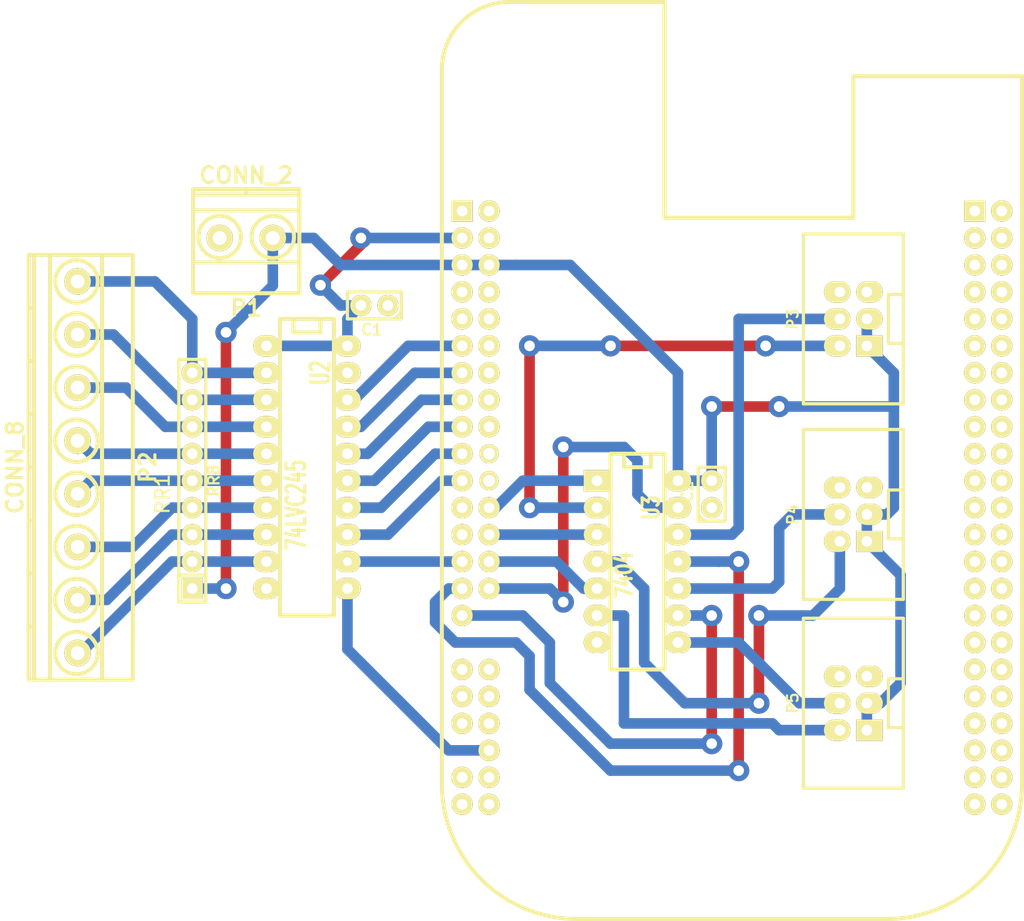
<source format=kicad_pcb>
(kicad_pcb (version 3) (host pcbnew "(2013-jul-07)-stable")

  (general
    (links 56)
    (no_connects 6)
    (area 190.449999 120.205499 290.880001 208.330001)
    (thickness 1.6)
    (drawings 0)
    (tracks 171)
    (zones 0)
    (modules 11)
    (nets 33)
  )

  (page A3)
  (layers
    (15 F.Cu signal)
    (0 B.Cu signal)
    (16 B.Adhes user)
    (17 F.Adhes user)
    (18 B.Paste user)
    (19 F.Paste user)
    (20 B.SilkS user)
    (21 F.SilkS user)
    (22 B.Mask user)
    (23 F.Mask user)
    (24 Dwgs.User user)
    (25 Cmts.User user)
    (26 Eco1.User user)
    (27 Eco2.User user)
    (28 Edge.Cuts user)
  )

  (setup
    (last_trace_width 1)
    (trace_clearance 0.254)
    (zone_clearance 0.508)
    (zone_45_only no)
    (trace_min 0.254)
    (segment_width 0.2)
    (edge_width 0.1)
    (via_size 2)
    (via_drill 1)
    (via_min_size 0.889)
    (via_min_drill 0.508)
    (uvia_size 0.508)
    (uvia_drill 0.127)
    (uvias_allowed no)
    (uvia_min_size 0.508)
    (uvia_min_drill 0.127)
    (pcb_text_width 0.3)
    (pcb_text_size 1.5 1.5)
    (mod_edge_width 0.15)
    (mod_text_size 1 1)
    (mod_text_width 0.15)
    (pad_size 1.5 1.5)
    (pad_drill 0.6)
    (pad_to_mask_clearance 0)
    (aux_axis_origin 0 0)
    (visible_elements 7FFFFFFF)
    (pcbplotparams
      (layerselection 3178497)
      (usegerberextensions true)
      (excludeedgelayer true)
      (linewidth 0.150000)
      (plotframeref false)
      (viasonmask false)
      (mode 1)
      (useauxorigin false)
      (hpglpennumber 1)
      (hpglpenspeed 20)
      (hpglpendiameter 15)
      (hpglpenoverlay 2)
      (psnegative false)
      (psa4output false)
      (plotreference true)
      (plotvalue true)
      (plotothertext true)
      (plotinvisibletext false)
      (padsonsilk false)
      (subtractmaskfromsilk false)
      (outputformat 1)
      (mirror false)
      (drillshape 0)
      (scaleselection 1)
      (outputdirectory ""))
  )

  (net 0 "")
  (net 1 +3.3V)
  (net 2 +5V)
  (net 3 /ESTOP)
  (net 4 "/ESTOP BB")
  (net 5 /HOME)
  (net 6 "/HOME BB")
  (net 7 /PROBE)
  (net 8 "/PROBE BB")
  (net 9 /QEPA)
  (net 10 "/QEPA BB")
  (net 11 /QEPB)
  (net 12 "/QEPB BB")
  (net 13 "/X DIR")
  (net 14 "/X DIR BB")
  (net 15 "/X DRIVER")
  (net 16 "/X DRIVER BB")
  (net 17 "/X STEP")
  (net 18 "/X STEP BB")
  (net 19 "/Y DIR")
  (net 20 "/Y DIR BB")
  (net 21 "/Y DRIVER")
  (net 22 "/Y DRIVER BB")
  (net 23 "/Y STEP")
  (net 24 "/Y STEP BB")
  (net 25 "/Z DIR")
  (net 26 "/Z DIR BB")
  (net 27 "/Z DRIVER")
  (net 28 "/Z DRIVER BB")
  (net 29 "/Z STEP")
  (net 30 "/Z STEP BB")
  (net 31 GND)
  (net 32 N-0000014)

  (net_class Default "This is the default net class."
    (clearance 0.254)
    (trace_width 1)
    (via_dia 2)
    (via_drill 1)
    (uvia_dia 0.508)
    (uvia_drill 0.127)
    (add_net "")
    (add_net +3.3V)
    (add_net +5V)
    (add_net /ESTOP)
    (add_net "/ESTOP BB")
    (add_net /HOME)
    (add_net "/HOME BB")
    (add_net /PROBE)
    (add_net "/PROBE BB")
    (add_net /QEPA)
    (add_net "/QEPA BB")
    (add_net /QEPB)
    (add_net "/QEPB BB")
    (add_net "/X DIR")
    (add_net "/X DIR BB")
    (add_net "/X DRIVER")
    (add_net "/X DRIVER BB")
    (add_net "/X STEP")
    (add_net "/X STEP BB")
    (add_net "/Y DIR")
    (add_net "/Y DIR BB")
    (add_net "/Y DRIVER")
    (add_net "/Y DRIVER BB")
    (add_net "/Y STEP")
    (add_net "/Y STEP BB")
    (add_net "/Z DIR")
    (add_net "/Z DIR BB")
    (add_net "/Z DRIVER")
    (add_net "/Z DRIVER BB")
    (add_net "/Z STEP")
    (add_net "/Z STEP BB")
    (add_net GND)
    (add_net N-0000014)
  )

  (module vasch_strip_3x2_elp (layer F.Cu) (tedit 564DB1A5) (tstamp 56D98CC9)
    (at 271.145 150.495 90)
    (descr "Box header 3x2pin 2.54mm")
    (tags "CONN DEV")
    (path /56D98D90)
    (fp_text reference P3 (at 0 -5.7 90) (layer F.SilkS)
      (effects (font (size 1 1) (thickness 0.2032)))
    )
    (fp_text value CONN_3X2 (at 0 5.7 90) (layer F.SilkS) hide
      (effects (font (size 1 1) (thickness 0.2032)))
    )
    (fp_line (start -8 4.7) (end 8 4.7) (layer F.SilkS) (width 0.3048))
    (fp_line (start 8 -4.7) (end -8 -4.7) (layer F.SilkS) (width 0.3048))
    (fp_line (start -8 -4.7) (end -8 4.7) (layer F.SilkS) (width 0.3048))
    (fp_line (start 8 -4.7) (end 8 4.7) (layer F.SilkS) (width 0.3048))
    (fp_line (start 2.3 4.7) (end 2.3 3.3) (layer F.SilkS) (width 0.29972))
    (fp_line (start 2.3 3.3) (end -2.3 3.3) (layer F.SilkS) (width 0.29972))
    (fp_line (start -2.3 3.3) (end -2.3 4.7) (layer F.SilkS) (width 0.29972))
    (pad 1 thru_hole rect (at -2.54 1.27 90) (size 2 2.5) (drill 1 (offset 0 0.25))
      (layers *.Cu *.Mask F.SilkS)
      (net 2 +5V)
    )
    (pad 2 thru_hole oval (at -2.54 -1.27 90) (size 2 2.5) (drill 1 (offset 0 -0.25))
      (layers *.Cu *.Mask F.SilkS)
      (net 17 "/X STEP")
    )
    (pad 3 thru_hole oval (at 0 1.27 90) (size 2 2.5) (drill 1 (offset 0 0.25))
      (layers *.Cu *.Mask F.SilkS)
      (net 2 +5V)
    )
    (pad 4 thru_hole oval (at 0 -1.27 90) (size 2 2.5) (drill 1 (offset 0 -0.25))
      (layers *.Cu *.Mask F.SilkS)
      (net 13 "/X DIR")
    )
    (pad 5 thru_hole oval (at 2.54 1.27 90) (size 2 2.5) (drill 1 (offset 0 0.25))
      (layers *.Cu *.Mask F.SilkS)
    )
    (pad 6 thru_hole oval (at 2.54 -1.27 90) (size 2 2.5) (drill 1 (offset 0 -0.25))
      (layers *.Cu *.Mask F.SilkS)
    )
    (model walter/conn_strip/vasch_strip_3x2.wrl
      (at (xyz 0 0 0))
      (scale (xyz 1 1 1))
      (rotate (xyz 0 0 0))
    )
  )

  (module vasch_strip_3x2_elp (layer F.Cu) (tedit 564DB1A5) (tstamp 56D98CDA)
    (at 271.145 168.91 90)
    (descr "Box header 3x2pin 2.54mm")
    (tags "CONN DEV")
    (path /56D98DA9)
    (fp_text reference P4 (at 0 -5.7 90) (layer F.SilkS)
      (effects (font (size 1 1) (thickness 0.2032)))
    )
    (fp_text value CONN_3X2 (at 0 5.7 90) (layer F.SilkS) hide
      (effects (font (size 1 1) (thickness 0.2032)))
    )
    (fp_line (start -8 4.7) (end 8 4.7) (layer F.SilkS) (width 0.3048))
    (fp_line (start 8 -4.7) (end -8 -4.7) (layer F.SilkS) (width 0.3048))
    (fp_line (start -8 -4.7) (end -8 4.7) (layer F.SilkS) (width 0.3048))
    (fp_line (start 8 -4.7) (end 8 4.7) (layer F.SilkS) (width 0.3048))
    (fp_line (start 2.3 4.7) (end 2.3 3.3) (layer F.SilkS) (width 0.29972))
    (fp_line (start 2.3 3.3) (end -2.3 3.3) (layer F.SilkS) (width 0.29972))
    (fp_line (start -2.3 3.3) (end -2.3 4.7) (layer F.SilkS) (width 0.29972))
    (pad 1 thru_hole rect (at -2.54 1.27 90) (size 2 2.5) (drill 1 (offset 0 0.25))
      (layers *.Cu *.Mask F.SilkS)
      (net 2 +5V)
    )
    (pad 2 thru_hole oval (at -2.54 -1.27 90) (size 2 2.5) (drill 1 (offset 0 -0.25))
      (layers *.Cu *.Mask F.SilkS)
      (net 23 "/Y STEP")
    )
    (pad 3 thru_hole oval (at 0 1.27 90) (size 2 2.5) (drill 1 (offset 0 0.25))
      (layers *.Cu *.Mask F.SilkS)
      (net 2 +5V)
    )
    (pad 4 thru_hole oval (at 0 -1.27 90) (size 2 2.5) (drill 1 (offset 0 -0.25))
      (layers *.Cu *.Mask F.SilkS)
      (net 19 "/Y DIR")
    )
    (pad 5 thru_hole oval (at 2.54 1.27 90) (size 2 2.5) (drill 1 (offset 0 0.25))
      (layers *.Cu *.Mask F.SilkS)
    )
    (pad 6 thru_hole oval (at 2.54 -1.27 90) (size 2 2.5) (drill 1 (offset 0 -0.25))
      (layers *.Cu *.Mask F.SilkS)
    )
    (model walter/conn_strip/vasch_strip_3x2.wrl
      (at (xyz 0 0 0))
      (scale (xyz 1 1 1))
      (rotate (xyz 0 0 0))
    )
  )

  (module vasch_strip_3x2_elp (layer F.Cu) (tedit 564DB1A5) (tstamp 56D98CEB)
    (at 271.145 186.69 90)
    (descr "Box header 3x2pin 2.54mm")
    (tags "CONN DEV")
    (path /56D98DB8)
    (fp_text reference P5 (at 0 -5.7 90) (layer F.SilkS)
      (effects (font (size 1 1) (thickness 0.2032)))
    )
    (fp_text value CONN_3X2 (at 0 5.7 90) (layer F.SilkS) hide
      (effects (font (size 1 1) (thickness 0.2032)))
    )
    (fp_line (start -8 4.7) (end 8 4.7) (layer F.SilkS) (width 0.3048))
    (fp_line (start 8 -4.7) (end -8 -4.7) (layer F.SilkS) (width 0.3048))
    (fp_line (start -8 -4.7) (end -8 4.7) (layer F.SilkS) (width 0.3048))
    (fp_line (start 8 -4.7) (end 8 4.7) (layer F.SilkS) (width 0.3048))
    (fp_line (start 2.3 4.7) (end 2.3 3.3) (layer F.SilkS) (width 0.29972))
    (fp_line (start 2.3 3.3) (end -2.3 3.3) (layer F.SilkS) (width 0.29972))
    (fp_line (start -2.3 3.3) (end -2.3 4.7) (layer F.SilkS) (width 0.29972))
    (pad 1 thru_hole rect (at -2.54 1.27 90) (size 2 2.5) (drill 1 (offset 0 0.25))
      (layers *.Cu *.Mask F.SilkS)
      (net 2 +5V)
    )
    (pad 2 thru_hole oval (at -2.54 -1.27 90) (size 2 2.5) (drill 1 (offset 0 -0.25))
      (layers *.Cu *.Mask F.SilkS)
      (net 29 "/Z STEP")
    )
    (pad 3 thru_hole oval (at 0 1.27 90) (size 2 2.5) (drill 1 (offset 0 0.25))
      (layers *.Cu *.Mask F.SilkS)
      (net 2 +5V)
    )
    (pad 4 thru_hole oval (at 0 -1.27 90) (size 2 2.5) (drill 1 (offset 0 -0.25))
      (layers *.Cu *.Mask F.SilkS)
      (net 25 "/Z DIR")
    )
    (pad 5 thru_hole oval (at 2.54 1.27 90) (size 2 2.5) (drill 1 (offset 0 0.25))
      (layers *.Cu *.Mask F.SilkS)
    )
    (pad 6 thru_hole oval (at 2.54 -1.27 90) (size 2 2.5) (drill 1 (offset 0 -0.25))
      (layers *.Cu *.Mask F.SilkS)
    )
    (model walter/conn_strip/vasch_strip_3x2.wrl
      (at (xyz 0 0 0))
      (scale (xyz 1 1 1))
      (rotate (xyz 0 0 0))
    )
  )

  (module r_pack8_elp (layer F.Cu) (tedit 564DC856) (tstamp 56D98CFD)
    (at 208.915 165.735 90)
    (descr "8 R pack")
    (tags R)
    (path /5649DDD6)
    (fp_text reference RR1 (at -1.27 -2.794 90) (layer F.SilkS)
      (effects (font (size 1.27 1.27) (thickness 0.2032)))
    )
    (fp_text value RR8 (at 0 2.032 90) (layer F.SilkS)
      (effects (font (size 1.016 1.016) (thickness 0.2032)))
    )
    (fp_line (start 11.43 -1.27) (end 11.43 1.27) (layer F.SilkS) (width 0.3048))
    (fp_line (start 11.43 1.27) (end -11.43 1.27) (layer F.SilkS) (width 0.3048))
    (fp_line (start -11.43 1.27) (end -11.43 -1.27) (layer F.SilkS) (width 0.3048))
    (fp_line (start 11.43 -1.27) (end -11.43 -1.27) (layer F.SilkS) (width 0.3048))
    (fp_line (start -8.89 -1.27) (end -8.89 1.27) (layer F.SilkS) (width 0.3048))
    (pad 1 thru_hole rect (at -10.16 0 90) (size 2 2) (drill 1)
      (layers *.Cu *.Mask F.SilkS)
      (net 2 +5V)
    )
    (pad 2 thru_hole circle (at -7.62 0 90) (size 2 2) (drill 1)
      (layers *.Cu *.Mask F.SilkS)
      (net 9 /QEPA)
    )
    (pad 3 thru_hole circle (at -5.08 0 90) (size 2 2) (drill 1)
      (layers *.Cu *.Mask F.SilkS)
      (net 11 /QEPB)
    )
    (pad 4 thru_hole circle (at -2.54 0 90) (size 2 2) (drill 1)
      (layers *.Cu *.Mask F.SilkS)
      (net 27 "/Z DRIVER")
    )
    (pad 5 thru_hole circle (at 0 0 90) (size 2 2) (drill 1)
      (layers *.Cu *.Mask F.SilkS)
      (net 21 "/Y DRIVER")
    )
    (pad 6 thru_hole circle (at 2.54 0 90) (size 2 2) (drill 1)
      (layers *.Cu *.Mask F.SilkS)
      (net 15 "/X DRIVER")
    )
    (pad 7 thru_hole circle (at 5.08 0 90) (size 2 2) (drill 1)
      (layers *.Cu *.Mask F.SilkS)
      (net 7 /PROBE)
    )
    (pad 8 thru_hole circle (at 7.62 0 90) (size 2 2) (drill 1)
      (layers *.Cu *.Mask F.SilkS)
      (net 5 /HOME)
    )
    (pad 9 thru_hole circle (at 10.16 0 90) (size 2 2) (drill 1)
      (layers *.Cu *.Mask F.SilkS)
      (net 3 /ESTOP)
    )
    (model discret/r_pack8.wrl
      (at (xyz 0 0 0))
      (scale (xyz 1 1 1))
      (rotate (xyz 0 0 0))
    )
  )

  (module mkds_1,5-8 (layer F.Cu) (tedit 532D953D) (tstamp 56D98D1F)
    (at 198.12 164.465 270)
    (descr "8-way 5mm pitch terminal block, Phoenix MKDS series")
    (path /56D985BC)
    (fp_text reference P2 (at 0 -6.6 270) (layer F.SilkS)
      (effects (font (size 1.5 1.5) (thickness 0.3)))
    )
    (fp_text value CONN_8 (at 0 5.9 270) (layer F.SilkS)
      (effects (font (size 1.5 1.5) (thickness 0.3)))
    )
    (fp_circle (center 17.5 0.1) (end 15.5 0.1) (layer F.SilkS) (width 0.381))
    (fp_line (start 15 4.1) (end 15 4.6) (layer F.SilkS) (width 0.381))
    (fp_line (start 10 4.1) (end 10 4.6) (layer F.SilkS) (width 0.381))
    (fp_circle (center 12.5 0.1) (end 10.5 0.1) (layer F.SilkS) (width 0.381))
    (fp_circle (center 7.5 0.1) (end 5.5 0.1) (layer F.SilkS) (width 0.381))
    (fp_line (start 5 4.1) (end 5 4.6) (layer F.SilkS) (width 0.381))
    (fp_line (start 0 4.1) (end 0 4.6) (layer F.SilkS) (width 0.381))
    (fp_circle (center 2.5 0.1) (end 0.5 0.1) (layer F.SilkS) (width 0.381))
    (fp_line (start -5 4.1) (end -5 4.6) (layer F.SilkS) (width 0.381))
    (fp_circle (center -2.5 0.1) (end -4.5 0.1) (layer F.SilkS) (width 0.381))
    (fp_circle (center -7.5 0.1) (end -9.5 0.1) (layer F.SilkS) (width 0.381))
    (fp_line (start -10 4.1) (end -10 4.6) (layer F.SilkS) (width 0.381))
    (fp_line (start -15 4.1) (end -15 4.6) (layer F.SilkS) (width 0.381))
    (fp_circle (center -12.5 0.1) (end -14.5 0.1) (layer F.SilkS) (width 0.381))
    (fp_circle (center -17.5 0.1) (end -15.5 0.1) (layer F.SilkS) (width 0.381))
    (fp_line (start -20 2.6) (end 20 2.6) (layer F.SilkS) (width 0.381))
    (fp_line (start -20 -2.3) (end 20 -2.3) (layer F.SilkS) (width 0.381))
    (fp_line (start -20 4.1) (end 20 4.1) (layer F.SilkS) (width 0.381))
    (fp_line (start -20 4.6) (end 20 4.6) (layer F.SilkS) (width 0.381))
    (fp_line (start 20 4.6) (end 20 -5.2) (layer F.SilkS) (width 0.381))
    (fp_line (start 20 -5.2) (end -20 -5.2) (layer F.SilkS) (width 0.381))
    (fp_line (start -20 -5.2) (end -20 4.6) (layer F.SilkS) (width 0.381))
    (pad 8 thru_hole circle (at 17.5 0 270) (size 2.5 2.5) (drill 1.3)
      (layers *.Cu *.Mask F.SilkS)
      (net 9 /QEPA)
    )
    (pad 7 thru_hole circle (at 12.5 0 270) (size 2.5 2.5) (drill 1.3)
      (layers *.Cu *.Mask F.SilkS)
      (net 11 /QEPB)
    )
    (pad 6 thru_hole circle (at 7.5 0 270) (size 2.5 2.5) (drill 1.3)
      (layers *.Cu *.Mask F.SilkS)
      (net 27 "/Z DRIVER")
    )
    (pad 5 thru_hole circle (at 2.5 0 270) (size 2.5 2.5) (drill 1.3)
      (layers *.Cu *.Mask F.SilkS)
      (net 21 "/Y DRIVER")
    )
    (pad 4 thru_hole circle (at -2.5 0 270) (size 2.5 2.5) (drill 1.3)
      (layers *.Cu *.Mask F.SilkS)
      (net 15 "/X DRIVER")
    )
    (pad 3 thru_hole circle (at -7.5 0 270) (size 2.5 2.5) (drill 1.3)
      (layers *.Cu *.Mask F.SilkS)
      (net 7 /PROBE)
    )
    (pad 1 thru_hole circle (at -17.5 0 270) (size 2.5 2.5) (drill 1.3)
      (layers *.Cu *.Mask F.SilkS)
      (net 3 /ESTOP)
    )
    (pad 2 thru_hole circle (at -12.5 0 270) (size 2.5 2.5) (drill 1.3)
      (layers *.Cu *.Mask F.SilkS)
      (net 5 /HOME)
    )
    (model walter/conn_mkds/mkds_1,5-8.wrl
      (at (xyz 0 0 0))
      (scale (xyz 1 1 1))
      (rotate (xyz 0 0 0))
    )
  )

  (module DIP-20_elp (layer F.Cu) (tedit 564DC7DC) (tstamp 56D98D3E)
    (at 219.71 164.465 270)
    (descr "20 pins DIL package, elliptical pads")
    (tags DIL)
    (path /5649DB71)
    (fp_text reference U2 (at -8.89 -1.27 270) (layer F.SilkS)
      (effects (font (size 1.778 1.143) (thickness 0.3048)))
    )
    (fp_text value 74LVC245 (at 3.556 1.016 270) (layer F.SilkS)
      (effects (font (size 1.778 1.143) (thickness 0.3048)))
    )
    (fp_line (start -13.97 -1.27) (end -12.7 -1.27) (layer F.SilkS) (width 0.381))
    (fp_line (start -12.7 -1.27) (end -12.7 1.27) (layer F.SilkS) (width 0.381))
    (fp_line (start -12.7 1.27) (end -13.97 1.27) (layer F.SilkS) (width 0.381))
    (fp_line (start -13.97 -2.54) (end 13.97 -2.54) (layer F.SilkS) (width 0.381))
    (fp_line (start 13.97 -2.54) (end 13.97 2.54) (layer F.SilkS) (width 0.381))
    (fp_line (start 13.97 2.54) (end -13.97 2.54) (layer F.SilkS) (width 0.381))
    (fp_line (start -13.97 2.54) (end -13.97 -2.54) (layer F.SilkS) (width 0.381))
    (pad 1 thru_hole oval (at -11.43 3.81 270) (size 2 2.5) (drill 1)
      (layers *.Cu *.Mask F.SilkS)
      (net 1 +3.3V)
    )
    (pad 2 thru_hole oval (at -8.89 3.81 270) (size 2 2.5) (drill 1)
      (layers *.Cu *.Mask F.SilkS)
      (net 3 /ESTOP)
    )
    (pad 3 thru_hole oval (at -6.35 3.81 270) (size 2 2.5) (drill 1)
      (layers *.Cu *.Mask F.SilkS)
      (net 5 /HOME)
    )
    (pad 4 thru_hole oval (at -3.81 3.81 270) (size 2 2.5) (drill 1)
      (layers *.Cu *.Mask F.SilkS)
      (net 7 /PROBE)
    )
    (pad 5 thru_hole oval (at -1.27 3.81 270) (size 2 2.5) (drill 1)
      (layers *.Cu *.Mask F.SilkS)
      (net 15 "/X DRIVER")
    )
    (pad 6 thru_hole oval (at 1.27 3.81 270) (size 2 2.5) (drill 1)
      (layers *.Cu *.Mask F.SilkS)
      (net 21 "/Y DRIVER")
    )
    (pad 7 thru_hole oval (at 3.81 3.81 270) (size 2 2.5) (drill 1)
      (layers *.Cu *.Mask F.SilkS)
      (net 27 "/Z DRIVER")
    )
    (pad 8 thru_hole oval (at 6.35 3.81 270) (size 2 2.5) (drill 1)
      (layers *.Cu *.Mask F.SilkS)
      (net 11 /QEPB)
    )
    (pad 9 thru_hole oval (at 8.89 3.81 270) (size 2 2.5) (drill 1)
      (layers *.Cu *.Mask F.SilkS)
      (net 9 /QEPA)
    )
    (pad 10 thru_hole oval (at 11.43 3.81 270) (size 2 2.5) (drill 1)
      (layers *.Cu *.Mask F.SilkS)
      (net 31 GND)
    )
    (pad 11 thru_hole oval (at 11.43 -3.81 270) (size 2 2.5) (drill 1)
      (layers *.Cu *.Mask F.SilkS)
      (net 10 "/QEPA BB")
    )
    (pad 12 thru_hole oval (at 8.89 -3.81 270) (size 2 2.5) (drill 0.8128)
      (layers *.Cu *.Mask F.SilkS)
      (net 12 "/QEPB BB")
    )
    (pad 13 thru_hole oval (at 6.35 -3.81 270) (size 2 2.5) (drill 1)
      (layers *.Cu *.Mask F.SilkS)
      (net 28 "/Z DRIVER BB")
    )
    (pad 14 thru_hole oval (at 3.81 -3.81 270) (size 2 2.5) (drill 1)
      (layers *.Cu *.Mask F.SilkS)
      (net 22 "/Y DRIVER BB")
    )
    (pad 15 thru_hole oval (at 1.27 -3.81 270) (size 2 2.5) (drill 1)
      (layers *.Cu *.Mask F.SilkS)
      (net 16 "/X DRIVER BB")
    )
    (pad 16 thru_hole oval (at -1.27 -3.81 270) (size 2 2.5) (drill 1)
      (layers *.Cu *.Mask F.SilkS)
      (net 8 "/PROBE BB")
    )
    (pad 17 thru_hole oval (at -3.81 -3.81 270) (size 2 2.5) (drill 1)
      (layers *.Cu *.Mask F.SilkS)
      (net 6 "/HOME BB")
    )
    (pad 18 thru_hole oval (at -6.35 -3.81 270) (size 2 2.5) (drill 1)
      (layers *.Cu *.Mask F.SilkS)
      (net 4 "/ESTOP BB")
    )
    (pad 19 thru_hole oval (at -8.89 -3.81 270) (size 2 2.5) (drill 1)
      (layers *.Cu *.Mask F.SilkS)
      (net 31 GND)
    )
    (pad 20 thru_hole oval (at -11.43 -3.81 270) (size 2 2.5) (drill 1)
      (layers *.Cu *.Mask F.SilkS)
      (net 1 +3.3V)
    )
    (model dil/dil_20.wrl
      (at (xyz 0 0 0))
      (scale (xyz 1 1 1))
      (rotate (xyz 0 0 0))
    )
  )

  (module DIP-14_elp (layer F.Cu) (tedit 564DC97B) (tstamp 56D98D57)
    (at 250.825 173.355 270)
    (descr "14 pins DIL package, elliptical pads")
    (tags DIL)
    (path /564A07FE)
    (fp_text reference U3 (at -5.08 -1.27 270) (layer F.SilkS)
      (effects (font (size 1.524 1.143) (thickness 0.3048)))
    )
    (fp_text value 7404 (at 1.27 1.27 270) (layer F.SilkS)
      (effects (font (size 1.524 1.143) (thickness 0.3048)))
    )
    (fp_line (start -10.16 -2.54) (end 10.16 -2.54) (layer F.SilkS) (width 0.381))
    (fp_line (start 10.16 2.54) (end -10.16 2.54) (layer F.SilkS) (width 0.381))
    (fp_line (start -10.16 2.54) (end -10.16 -2.54) (layer F.SilkS) (width 0.381))
    (fp_line (start -10.16 -1.27) (end -8.89 -1.27) (layer F.SilkS) (width 0.381))
    (fp_line (start -8.89 -1.27) (end -8.89 1.27) (layer F.SilkS) (width 0.381))
    (fp_line (start -8.89 1.27) (end -10.16 1.27) (layer F.SilkS) (width 0.381))
    (fp_line (start 10.16 -2.54) (end 10.16 2.54) (layer F.SilkS) (width 0.381))
    (pad 1 thru_hole rect (at -7.62 3.81 270) (size 2 2.5) (drill 1)
      (layers *.Cu *.Mask F.SilkS)
      (net 18 "/X STEP BB")
    )
    (pad 2 thru_hole oval (at -5.08 3.81 270) (size 2 2.5) (drill 1)
      (layers *.Cu *.Mask F.SilkS)
      (net 17 "/X STEP")
    )
    (pad 3 thru_hole oval (at -2.54 3.81 270) (size 2 2.5) (drill 1)
      (layers *.Cu *.Mask F.SilkS)
      (net 24 "/Y STEP BB")
    )
    (pad 4 thru_hole oval (at 0 3.81 270) (size 2 2.5) (drill 1)
      (layers *.Cu *.Mask F.SilkS)
      (net 23 "/Y STEP")
    )
    (pad 5 thru_hole oval (at 2.54 3.81 270) (size 2 2.5) (drill 1)
      (layers *.Cu *.Mask F.SilkS)
      (net 30 "/Z STEP BB")
    )
    (pad 6 thru_hole oval (at 5.08 3.81 270) (size 2 2.5) (drill 1)
      (layers *.Cu *.Mask F.SilkS)
      (net 29 "/Z STEP")
    )
    (pad 7 thru_hole oval (at 7.62 3.81 270) (size 2 2.5) (drill 1)
      (layers *.Cu *.Mask F.SilkS)
      (net 31 GND)
    )
    (pad 8 thru_hole oval (at 7.62 -3.81 270) (size 2 2.5) (drill 1)
      (layers *.Cu *.Mask F.SilkS)
      (net 25 "/Z DIR")
    )
    (pad 9 thru_hole oval (at 5.08 -3.81 270) (size 2 2.5) (drill 1)
      (layers *.Cu *.Mask F.SilkS)
      (net 26 "/Z DIR BB")
    )
    (pad 10 thru_hole oval (at 2.54 -3.81 270) (size 2 2.5) (drill 1)
      (layers *.Cu *.Mask F.SilkS)
      (net 19 "/Y DIR")
    )
    (pad 11 thru_hole oval (at 0 -3.81 270) (size 2 2.5) (drill 0.8128)
      (layers *.Cu *.Mask F.SilkS)
      (net 20 "/Y DIR BB")
    )
    (pad 12 thru_hole oval (at -2.54 -3.81 270) (size 2 2.5) (drill 1)
      (layers *.Cu *.Mask F.SilkS)
      (net 13 "/X DIR")
    )
    (pad 13 thru_hole oval (at -5.08 -3.81 270) (size 2 2.5) (drill 1)
      (layers *.Cu *.Mask F.SilkS)
      (net 14 "/X DIR BB")
    )
    (pad 14 thru_hole oval (at -7.62 -3.81 270) (size 2 2.5) (drill 1)
      (layers *.Cu *.Mask F.SilkS)
      (net 2 +5V)
    )
    (model dil/dil_14.wrl
      (at (xyz 0 0 0))
      (scale (xyz 1 1 1))
      (rotate (xyz 0 0 0))
    )
  )

  (module C1_elp (layer F.Cu) (tedit 564DC82F) (tstamp 56D98D79)
    (at 226.06 149.225 180)
    (descr "Condensateur e = 1 pas")
    (tags C)
    (path /564A03A1)
    (fp_text reference C1 (at 0.254 -2.286 180) (layer F.SilkS)
      (effects (font (size 1.016 1.016) (thickness 0.2032)))
    )
    (fp_text value C (at 0 -2.286 180) (layer F.SilkS) hide
      (effects (font (size 1.016 1.016) (thickness 0.2032)))
    )
    (fp_line (start -2.4892 -1.27) (end 2.54 -1.27) (layer F.SilkS) (width 0.3048))
    (fp_line (start 2.54 -1.27) (end 2.54 1.27) (layer F.SilkS) (width 0.3048))
    (fp_line (start 2.54 1.27) (end -2.54 1.27) (layer F.SilkS) (width 0.3048))
    (fp_line (start -2.54 1.27) (end -2.54 -1.27) (layer F.SilkS) (width 0.3048))
    (fp_line (start -2.54 -0.635) (end -1.905 -1.27) (layer F.SilkS) (width 0.3048))
    (pad 1 thru_hole circle (at -1.27 0 180) (size 2 2) (drill 1)
      (layers *.Cu *.Mask F.SilkS)
      (net 31 GND)
    )
    (pad 2 thru_hole circle (at 1.27 0 180) (size 2 2) (drill 1)
      (layers *.Cu *.Mask F.SilkS)
      (net 1 +3.3V)
    )
    (model discret/capa_1_pas.wrl
      (at (xyz 0 0 0))
      (scale (xyz 1 1 1))
      (rotate (xyz 0 0 0))
    )
  )

  (module C1_elp (layer F.Cu) (tedit 564DC82F) (tstamp 56D98D84)
    (at 257.81 167.005 90)
    (descr "Condensateur e = 1 pas")
    (tags C)
    (path /564A0B24)
    (fp_text reference C2 (at 0.254 -2.286 90) (layer F.SilkS)
      (effects (font (size 1.016 1.016) (thickness 0.2032)))
    )
    (fp_text value C (at 0 -2.286 90) (layer F.SilkS) hide
      (effects (font (size 1.016 1.016) (thickness 0.2032)))
    )
    (fp_line (start -2.4892 -1.27) (end 2.54 -1.27) (layer F.SilkS) (width 0.3048))
    (fp_line (start 2.54 -1.27) (end 2.54 1.27) (layer F.SilkS) (width 0.3048))
    (fp_line (start 2.54 1.27) (end -2.54 1.27) (layer F.SilkS) (width 0.3048))
    (fp_line (start -2.54 1.27) (end -2.54 -1.27) (layer F.SilkS) (width 0.3048))
    (fp_line (start -2.54 -0.635) (end -1.905 -1.27) (layer F.SilkS) (width 0.3048))
    (pad 1 thru_hole circle (at -1.27 0 90) (size 2 2) (drill 1)
      (layers *.Cu *.Mask F.SilkS)
      (net 31 GND)
    )
    (pad 2 thru_hole circle (at 1.27 0 90) (size 2 2) (drill 1)
      (layers *.Cu *.Mask F.SilkS)
      (net 2 +5V)
    )
    (model discret/capa_1_pas.wrl
      (at (xyz 0 0 0))
      (scale (xyz 1 1 1))
      (rotate (xyz 0 0 0))
    )
  )

  (module BEAGLEBONEBLACK_elp (layer F.Cu) (tedit 56D9B2AF) (tstamp 56D9A556)
    (at 259.715 163.83 90)
    (tags "beaglebone black")
    (path /5649CF8A)
    (fp_text reference U1 (at 0 1.778 90) (layer F.SilkS) hide
      (effects (font (size 1.524 1.524) (thickness 0.3048)))
    )
    (fp_text value BEAGLEBONE (at 0 -1.143 90) (layer F.SilkS) hide
      (effects (font (size 1.524 1.524) (thickness 0.3048)))
    )
    (fp_line (start 36.195 11.811) (end 36.195 11.43) (layer F.SilkS) (width 0.381))
    (fp_line (start 36.195 11.43) (end 22.86 11.43) (layer F.SilkS) (width 0.381))
    (fp_line (start 22.86 11.43) (end 22.86 -6.35) (layer F.SilkS) (width 0.381))
    (fp_line (start 22.86 -6.35) (end 43.18 -6.35) (layer F.SilkS) (width 0.381))
    (fp_line (start 43.18 -6.35) (end 43.18 -6.731) (layer F.SilkS) (width 0.381))
    (fp_line (start -30.48 27.305) (end 36.195 27.305) (layer F.SilkS) (width 0.381))
    (fp_line (start 36.195 27.305) (end 36.195 11.811) (layer F.SilkS) (width 0.381))
    (fp_line (start 43.18 -6.731) (end 43.18 -19.685) (layer F.SilkS) (width 0.381))
    (fp_line (start 43.18 -20.955) (end 43.18 -19.685) (layer F.SilkS) (width 0.381))
    (fp_line (start -30.48 -27.305) (end 36.83 -27.305) (layer F.SilkS) (width 0.381))
    (fp_line (start -43.18 -14.605) (end -43.18 14.605) (layer F.SilkS) (width 0.381))
    (fp_arc (start -30.48 -14.605) (end -43.18 -14.605) (angle 90) (layer F.SilkS) (width 0.381))
    (fp_arc (start -30.48 14.605) (end -30.48 27.305) (angle 90) (layer F.SilkS) (width 0.381))
    (fp_arc (start 36.83 -20.955) (end 36.83 -27.305) (angle 90) (layer F.SilkS) (width 0.381))
    (pad C1 thru_hole rect (at 23.495 -25.4 90) (size 2 2) (drill 1)
      (layers *.Cu *.Mask F.SilkS)
      (net 31 GND)
    )
    (pad C2 thru_hole circle (at 23.495 -22.86 90) (size 2 2) (drill 1)
      (layers *.Cu *.Mask F.SilkS)
    )
    (pad C3 thru_hole circle (at 20.955 -25.4 90) (size 2 2) (drill 1)
      (layers *.Cu *.Mask F.SilkS)
      (net 1 +3.3V)
    )
    (pad C4 thru_hole circle (at 20.955 -22.86 90) (size 2 2) (drill 1)
      (layers *.Cu *.Mask F.SilkS)
    )
    (pad C5 thru_hole circle (at 18.415 -25.4 90) (size 2 2) (drill 1)
      (layers *.Cu *.Mask F.SilkS)
      (net 2 +5V)
    )
    (pad C6 thru_hole circle (at 18.415 -22.86 90) (size 2 2) (drill 1)
      (layers *.Cu *.Mask F.SilkS)
      (net 2 +5V)
    )
    (pad C7 thru_hole circle (at 15.875 -25.4 90) (size 2 2) (drill 1)
      (layers *.Cu *.Mask F.SilkS)
    )
    (pad C8 thru_hole circle (at 15.875 -22.86 90) (size 2 2) (drill 1)
      (layers *.Cu *.Mask F.SilkS)
    )
    (pad C9 thru_hole circle (at 13.335 -25.4 90) (size 2 2) (drill 1)
      (layers *.Cu *.Mask F.SilkS)
      (net 32 N-0000014)
    )
    (pad C10 thru_hole circle (at 13.335 -22.86 90) (size 2 2) (drill 1)
      (layers *.Cu *.Mask F.SilkS)
    )
    (pad C11 thru_hole circle (at 10.795 -25.4 90) (size 2 2) (drill 1)
      (layers *.Cu *.Mask F.SilkS)
      (net 4 "/ESTOP BB")
    )
    (pad C12 thru_hole circle (at 10.795 -22.86 90) (size 2 2) (drill 1)
      (layers *.Cu *.Mask F.SilkS)
    )
    (pad C13 thru_hole circle (at 8.255 -25.4 90) (size 2 2) (drill 1)
      (layers *.Cu *.Mask F.SilkS)
      (net 6 "/HOME BB")
    )
    (pad C14 thru_hole circle (at 8.255 -22.86 90) (size 2 2) (drill 1)
      (layers *.Cu *.Mask F.SilkS)
    )
    (pad C15 thru_hole circle (at 5.715 -25.4 90) (size 2 2) (drill 1)
      (layers *.Cu *.Mask F.SilkS)
      (net 8 "/PROBE BB")
    )
    (pad C16 thru_hole circle (at 5.715 -22.86 90) (size 2 2) (drill 1)
      (layers *.Cu *.Mask F.SilkS)
    )
    (pad C17 thru_hole circle (at 3.175 -25.4 90) (size 2 2) (drill 1)
      (layers *.Cu *.Mask F.SilkS)
      (net 16 "/X DRIVER BB")
    )
    (pad C18 thru_hole circle (at 3.175 -22.86 90) (size 2 2) (drill 1)
      (layers *.Cu *.Mask F.SilkS)
    )
    (pad C19 thru_hole circle (at 0.635 -25.4 90) (size 2 2) (drill 1)
      (layers *.Cu *.Mask F.SilkS)
      (net 22 "/Y DRIVER BB")
    )
    (pad C20 thru_hole circle (at 0.635 -22.86 90) (size 1.8 1.8) (drill 1.1)
      (layers *.Cu *.Mask F.SilkS)
    )
    (pad C21 thru_hole circle (at -1.905 -25.4 90) (size 2 2) (drill 1)
      (layers *.Cu *.Mask F.SilkS)
      (net 28 "/Z DRIVER BB")
    )
    (pad C22 thru_hole circle (at -1.905 -22.86 90) (size 1.8 1.8) (drill 1.1)
      (layers *.Cu *.Mask F.SilkS)
    )
    (pad C23 thru_hole circle (at -4.445 -25.4 90) (size 2 2) (drill 1)
      (layers *.Cu *.Mask F.SilkS)
    )
    (pad C24 thru_hole circle (at -4.445 -22.86 90) (size 2 2) (drill 1)
      (layers *.Cu *.Mask F.SilkS)
      (net 18 "/X STEP BB")
    )
    (pad C25 thru_hole circle (at -6.985 -25.4 90) (size 2 2) (drill 1)
      (layers *.Cu *.Mask F.SilkS)
    )
    (pad C26 thru_hole circle (at -6.985 -22.86 90) (size 2 2) (drill 1)
      (layers *.Cu *.Mask F.SilkS)
      (net 24 "/Y STEP BB")
    )
    (pad C27 thru_hole circle (at -9.525 -25.4 90) (size 2 2) (drill 1)
      (layers *.Cu *.Mask F.SilkS)
      (net 12 "/QEPB BB")
    )
    (pad C28 thru_hole circle (at -9.525 -22.86 90) (size 2 2) (drill 1)
      (layers *.Cu *.Mask F.SilkS)
      (net 30 "/Z STEP BB")
    )
    (pad C29 thru_hole circle (at -12.065 -25.4 90) (size 2 2) (drill 1)
      (layers *.Cu *.Mask F.SilkS)
      (net 20 "/Y DIR BB")
    )
    (pad C30 thru_hole circle (at -12.065 -22.86 90) (size 2 2) (drill 1)
      (layers *.Cu *.Mask F.SilkS)
      (net 14 "/X DIR BB")
    )
    (pad C31 thru_hole circle (at -14.605 -25.4 90) (size 2 2) (drill 1)
      (layers *.Cu *.Mask F.SilkS)
      (net 26 "/Z DIR BB")
    )
    (pad C35 thru_hole circle (at -19.685 -25.4 90) (size 2 2) (drill 1)
      (layers *.Cu *.Mask F.SilkS)
    )
    (pad C36 thru_hole circle (at -19.685 -22.86 90) (size 2 2) (drill 1)
      (layers *.Cu *.Mask F.SilkS)
    )
    (pad C37 thru_hole circle (at -22.225 -25.4 90) (size 2 2) (drill 1)
      (layers *.Cu *.Mask F.SilkS)
    )
    (pad C38 thru_hole circle (at -22.225 -22.86 90) (size 2 2) (drill 1)
      (layers *.Cu *.Mask F.SilkS)
    )
    (pad C39 thru_hole circle (at -24.765 -25.4 90) (size 2 2) (drill 1)
      (layers *.Cu *.Mask F.SilkS)
    )
    (pad C40 thru_hole circle (at -24.765 -22.86 90) (size 2 2) (drill 1)
      (layers *.Cu *.Mask F.SilkS)
    )
    (pad C42 thru_hole circle (at -27.305 -22.86 90) (size 2 2) (drill 1)
      (layers *.Cu *.Mask F.SilkS)
      (net 10 "/QEPA BB")
    )
    (pad C43 thru_hole circle (at -29.845 -25.4 90) (size 2 2) (drill 1)
      (layers *.Cu *.Mask F.SilkS)
    )
    (pad C44 thru_hole circle (at -29.845 -22.86 90) (size 2 2) (drill 1)
      (layers *.Cu *.Mask F.SilkS)
    )
    (pad C45 thru_hole circle (at -32.385 -25.4 90) (size 2 2) (drill 1)
      (layers *.Cu *.Mask F.SilkS)
    )
    (pad C46 thru_hole circle (at -32.385 -22.86 90) (size 2 2) (drill 1)
      (layers *.Cu *.Mask F.SilkS)
    )
    (pad B1 thru_hole rect (at 23.495 22.86 90) (size 2 2) (drill 1)
      (layers *.Cu *.Mask F.SilkS)
    )
    (pad B2 thru_hole circle (at 23.495 25.4 90) (size 2 2) (drill 1)
      (layers *.Cu *.Mask F.SilkS)
    )
    (pad B3 thru_hole circle (at 20.955 22.86 90) (size 2 2) (drill 1)
      (layers *.Cu *.Mask F.SilkS)
    )
    (pad B4 thru_hole circle (at 20.955 25.4 90) (size 2 2) (drill 1)
      (layers *.Cu *.Mask F.SilkS)
    )
    (pad B5 thru_hole circle (at 18.415 22.86 90) (size 2 2) (drill 1)
      (layers *.Cu *.Mask F.SilkS)
    )
    (pad B6 thru_hole circle (at 18.415 25.4 90) (size 2 2) (drill 1)
      (layers *.Cu *.Mask F.SilkS)
    )
    (pad B7 thru_hole circle (at 15.875 22.86 90) (size 2 2) (drill 1)
      (layers *.Cu *.Mask F.SilkS)
    )
    (pad B8 thru_hole circle (at 15.875 25.4 90) (size 2 2) (drill 1)
      (layers *.Cu *.Mask F.SilkS)
    )
    (pad B9 thru_hole circle (at 13.335 22.86 90) (size 2 2) (drill 1)
      (layers *.Cu *.Mask F.SilkS)
    )
    (pad B10 thru_hole circle (at 13.335 25.4 90) (size 2 2) (drill 1)
      (layers *.Cu *.Mask F.SilkS)
    )
    (pad B11 thru_hole circle (at 10.795 22.86 90) (size 2 2) (drill 1)
      (layers *.Cu *.Mask F.SilkS)
    )
    (pad B12 thru_hole circle (at 10.795 25.4 90) (size 2 2) (drill 1)
      (layers *.Cu *.Mask F.SilkS)
    )
    (pad B13 thru_hole circle (at 8.255 22.86 90) (size 2 2) (drill 1)
      (layers *.Cu *.Mask F.SilkS)
    )
    (pad B14 thru_hole circle (at 8.255 25.4 90) (size 2 2) (drill 1)
      (layers *.Cu *.Mask F.SilkS)
    )
    (pad B15 thru_hole circle (at 5.715 22.86 90) (size 2 2) (drill 1)
      (layers *.Cu *.Mask F.SilkS)
    )
    (pad B16 thru_hole circle (at 5.715 25.4 90) (size 2 2) (drill 1)
      (layers *.Cu *.Mask F.SilkS)
    )
    (pad B17 thru_hole circle (at 3.175 22.86 90) (size 2 2) (drill 1)
      (layers *.Cu *.Mask F.SilkS)
    )
    (pad B18 thru_hole circle (at 3.175 25.4 90) (size 2 2) (drill 1)
      (layers *.Cu *.Mask F.SilkS)
    )
    (pad B19 thru_hole circle (at 0.635 22.86 90) (size 2 2) (drill 1)
      (layers *.Cu *.Mask F.SilkS)
    )
    (pad B20 thru_hole circle (at 0.635 25.4 90) (size 2 2) (drill 1)
      (layers *.Cu *.Mask F.SilkS)
    )
    (pad B21 thru_hole circle (at -1.905 22.86 90) (size 2 2) (drill 1)
      (layers *.Cu *.Mask F.SilkS)
    )
    (pad B22 thru_hole circle (at -1.905 25.4 90) (size 2 2) (drill 1)
      (layers *.Cu *.Mask F.SilkS)
    )
    (pad B23 thru_hole circle (at -4.445 22.86 90) (size 2 2) (drill 1)
      (layers *.Cu *.Mask F.SilkS)
    )
    (pad B24 thru_hole circle (at -4.445 25.4 90) (size 2 2) (drill 1)
      (layers *.Cu *.Mask F.SilkS)
    )
    (pad B25 thru_hole circle (at -6.985 22.86 90) (size 2 2) (drill 1)
      (layers *.Cu *.Mask F.SilkS)
    )
    (pad B26 thru_hole circle (at -6.985 25.4 90) (size 2 2) (drill 1)
      (layers *.Cu *.Mask F.SilkS)
    )
    (pad B27 thru_hole circle (at -9.525 22.86 90) (size 2 2) (drill 1)
      (layers *.Cu *.Mask F.SilkS)
    )
    (pad B28 thru_hole circle (at -9.525 25.4 90) (size 2 2) (drill 1)
      (layers *.Cu *.Mask F.SilkS)
    )
    (pad B29 thru_hole circle (at -12.065 22.86 90) (size 2 2) (drill 1)
      (layers *.Cu *.Mask F.SilkS)
    )
    (pad B30 thru_hole circle (at -12.065 25.4 90) (size 2 2) (drill 1)
      (layers *.Cu *.Mask F.SilkS)
    )
    (pad B31 thru_hole circle (at -14.605 22.86 90) (size 2 2) (drill 1)
      (layers *.Cu *.Mask F.SilkS)
    )
    (pad B32 thru_hole circle (at -14.605 25.4 90) (size 2 2) (drill 1)
      (layers *.Cu *.Mask F.SilkS)
    )
    (pad B33 thru_hole circle (at -17.145 22.86 90) (size 2 2) (drill 1)
      (layers *.Cu *.Mask F.SilkS)
    )
    (pad B34 thru_hole circle (at -17.145 25.4 90) (size 2 2) (drill 1)
      (layers *.Cu *.Mask F.SilkS)
    )
    (pad B35 thru_hole circle (at -19.685 22.86 90) (size 2 2) (drill 1)
      (layers *.Cu *.Mask F.SilkS)
    )
    (pad B36 thru_hole circle (at -19.685 25.4 90) (size 2 2) (drill 1)
      (layers *.Cu *.Mask F.SilkS)
    )
    (pad B37 thru_hole circle (at -22.225 22.86 90) (size 2 2) (drill 1)
      (layers *.Cu *.Mask F.SilkS)
    )
    (pad B38 thru_hole circle (at -22.225 25.4 90) (size 2 2) (drill 1)
      (layers *.Cu *.Mask F.SilkS)
    )
    (pad B39 thru_hole circle (at -24.765 22.86 90) (size 2 2) (drill 1)
      (layers *.Cu *.Mask F.SilkS)
    )
    (pad B40 thru_hole circle (at -24.765 25.4 90) (size 2 2) (drill 1)
      (layers *.Cu *.Mask F.SilkS)
    )
    (pad B41 thru_hole circle (at -27.305 22.86 90) (size 2 2) (drill 1)
      (layers *.Cu *.Mask F.SilkS)
    )
    (pad B42 thru_hole circle (at -27.305 25.4 90) (size 2 2) (drill 1)
      (layers *.Cu *.Mask F.SilkS)
    )
    (pad B43 thru_hole circle (at -29.845 22.86 90) (size 2 2) (drill 1)
      (layers *.Cu *.Mask F.SilkS)
    )
    (pad B44 thru_hole circle (at -29.845 25.4 90) (size 2 2) (drill 1)
      (layers *.Cu *.Mask F.SilkS)
    )
    (pad B45 thru_hole circle (at -32.385 22.86 90) (size 2 2) (drill 1)
      (layers *.Cu *.Mask F.SilkS)
    )
    (pad B46 thru_hole circle (at -32.385 25.4 90) (size 2 2) (drill 1)
      (layers *.Cu *.Mask F.SilkS)
    )
  )

  (module mkds_1,5-2 (layer F.Cu) (tedit 532D8FC0) (tstamp 56D9A3EF)
    (at 213.995 142.875 180)
    (descr "2-way 5mm pitch terminal block, Phoenix MKDS series")
    (path /564A21A5)
    (fp_text reference P1 (at 0 -6.6 180) (layer F.SilkS)
      (effects (font (size 1.5 1.5) (thickness 0.3)))
    )
    (fp_text value CONN_2 (at 0 5.9 180) (layer F.SilkS)
      (effects (font (size 1.5 1.5) (thickness 0.3)))
    )
    (fp_line (start 0 4.1) (end 0 4.6) (layer F.SilkS) (width 0.381))
    (fp_circle (center 2.5 0.1) (end 0.5 0.1) (layer F.SilkS) (width 0.381))
    (fp_circle (center -2.5 0.1) (end -0.5 0.1) (layer F.SilkS) (width 0.381))
    (fp_line (start -5 2.6) (end 5 2.6) (layer F.SilkS) (width 0.381))
    (fp_line (start -5 -2.3) (end 5 -2.3) (layer F.SilkS) (width 0.381))
    (fp_line (start -5 4.1) (end 5 4.1) (layer F.SilkS) (width 0.381))
    (fp_line (start -5 4.6) (end 5 4.6) (layer F.SilkS) (width 0.381))
    (fp_line (start 5 4.6) (end 5 -5.2) (layer F.SilkS) (width 0.381))
    (fp_line (start 5 -5.2) (end -5 -5.2) (layer F.SilkS) (width 0.381))
    (fp_line (start -5 -5.2) (end -5 4.6) (layer F.SilkS) (width 0.381))
    (pad 1 thru_hole circle (at -2.5 0 180) (size 2.5 2.5) (drill 1.3)
      (layers *.Cu *.Mask F.SilkS)
      (net 2 +5V)
    )
    (pad 2 thru_hole circle (at 2.5 0 180) (size 2.5 2.5) (drill 1.3)
      (layers *.Cu *.Mask F.SilkS)
      (net 31 GND)
    )
    (model walter/conn_mkds/mkds_1,5-2.wrl
      (at (xyz 0 0 0))
      (scale (xyz 1 1 1))
      (rotate (xyz 0 0 0))
    )
  )

  (segment (start 224.79 149.225) (end 222.885 149.225) (width 1) (layer B.Cu) (net 1))
  (segment (start 224.79 142.875) (end 234.315 142.875) (width 1) (layer B.Cu) (net 1) (tstamp 56D9AF97))
  (via (at 224.79 142.875) (size 2) (layers F.Cu B.Cu) (net 1))
  (segment (start 224.79 143.51) (end 224.79 142.875) (width 1) (layer F.Cu) (net 1) (tstamp 56D9AF91))
  (segment (start 220.98 147.32) (end 224.79 143.51) (width 1) (layer F.Cu) (net 1) (tstamp 56D9AF90))
  (via (at 220.98 147.32) (size 2) (layers F.Cu B.Cu) (net 1))
  (segment (start 222.885 149.225) (end 220.98 147.32) (width 1) (layer B.Cu) (net 1) (tstamp 56D9AF8C))
  (segment (start 223.52 153.035) (end 223.52 150.495) (width 1) (layer B.Cu) (net 1))
  (segment (start 223.52 150.495) (end 224.79 149.225) (width 1) (layer B.Cu) (net 1) (tstamp 56D9AF87))
  (segment (start 215.9 153.035) (end 223.52 153.035) (width 1) (layer B.Cu) (net 1))
  (segment (start 216.495 142.875) (end 220.345 142.875) (width 1) (layer B.Cu) (net 2))
  (segment (start 222.885 145.415) (end 234.315 145.415) (width 1) (layer B.Cu) (net 2) (tstamp 56D9AE00))
  (segment (start 220.345 142.875) (end 222.885 145.415) (width 1) (layer B.Cu) (net 2) (tstamp 56D9ADFF))
  (segment (start 208.915 175.895) (end 212.09 175.895) (width 1) (layer B.Cu) (net 2))
  (segment (start 216.495 147.36) (end 216.495 142.875) (width 1) (layer B.Cu) (net 2) (tstamp 56D9ADFB))
  (segment (start 212.09 151.765) (end 216.495 147.36) (width 1) (layer B.Cu) (net 2) (tstamp 56D9ADFA))
  (via (at 212.09 151.765) (size 2) (layers F.Cu B.Cu) (net 2))
  (segment (start 212.09 175.895) (end 212.09 151.765) (width 1) (layer F.Cu) (net 2) (tstamp 56D9ADF3))
  (via (at 212.09 175.895) (size 2) (layers F.Cu B.Cu) (net 2))
  (segment (start 272.415 186.69) (end 273.685 186.69) (width 1) (layer B.Cu) (net 2))
  (segment (start 275.59 174.625) (end 272.415 171.45) (width 1) (layer B.Cu) (net 2) (tstamp 56D9AC72))
  (segment (start 275.59 184.785) (end 275.59 174.625) (width 1) (layer B.Cu) (net 2) (tstamp 56D9AC71))
  (segment (start 273.685 186.69) (end 275.59 184.785) (width 1) (layer B.Cu) (net 2) (tstamp 56D9AC70))
  (segment (start 272.415 168.91) (end 274.32 168.91) (width 1) (layer B.Cu) (net 2))
  (segment (start 274.955 168.275) (end 274.955 158.75) (width 1) (layer B.Cu) (net 2) (tstamp 56D9AC6D))
  (segment (start 274.32 168.91) (end 274.955 168.275) (width 1) (layer B.Cu) (net 2) (tstamp 56D9AC6C))
  (segment (start 272.415 171.45) (end 272.415 168.91) (width 1) (layer B.Cu) (net 2))
  (segment (start 274.955 158.75) (end 274.955 155.575) (width 1) (layer B.Cu) (net 2))
  (segment (start 274.955 155.575) (end 272.415 153.035) (width 1) (layer B.Cu) (net 2) (tstamp 56D9AC20))
  (segment (start 272.415 153.035) (end 272.415 150.495) (width 1) (layer B.Cu) (net 2) (tstamp 56D9AC21))
  (segment (start 257.81 165.735) (end 257.81 158.75) (width 1) (layer B.Cu) (net 2))
  (via (at 257.81 158.75) (size 2) (layers F.Cu B.Cu) (net 2))
  (segment (start 257.81 158.75) (end 264.16 158.75) (width 1) (layer F.Cu) (net 2) (tstamp 56D9AB60))
  (via (at 264.16 158.75) (size 2) (layers F.Cu B.Cu) (net 2))
  (segment (start 264.16 158.75) (end 274.955 158.75) (width 1) (layer B.Cu) (net 2) (tstamp 56D9AB64))
  (segment (start 254.635 165.735) (end 254.635 155.575) (width 1) (layer B.Cu) (net 2))
  (segment (start 244.475 145.415) (end 239.395 145.415) (width 1) (layer B.Cu) (net 2) (tstamp 56D9A41F))
  (segment (start 239.395 145.415) (end 236.855 145.415) (width 1) (layer B.Cu) (net 2) (tstamp 56D9AA1C))
  (segment (start 254.635 155.575) (end 244.475 145.415) (width 1) (layer B.Cu) (net 2) (tstamp 56D9A41C))
  (segment (start 234.315 145.415) (end 236.855 145.415) (width 1) (layer B.Cu) (net 2))
  (segment (start 254.635 165.735) (end 257.81 165.735) (width 1) (layer B.Cu) (net 2))
  (segment (start 272.415 186.69) (end 272.415 189.23) (width 1) (layer B.Cu) (net 2))
  (segment (start 208.915 155.575) (end 208.915 150.495) (width 1) (layer B.Cu) (net 3))
  (segment (start 205.385 146.965) (end 198.12 146.965) (width 1) (layer B.Cu) (net 3) (tstamp 56D9AB26))
  (segment (start 208.915 150.495) (end 205.385 146.965) (width 1) (layer B.Cu) (net 3) (tstamp 56D9AB21))
  (segment (start 208.915 155.575) (end 215.9 155.575) (width 1) (layer B.Cu) (net 3))
  (segment (start 223.52 158.115) (end 224.155 158.115) (width 1) (layer B.Cu) (net 4))
  (segment (start 229.235 153.035) (end 234.315 153.035) (width 1) (layer B.Cu) (net 4) (tstamp 56D9AFAB))
  (segment (start 224.155 158.115) (end 229.235 153.035) (width 1) (layer B.Cu) (net 4) (tstamp 56D9AFA6))
  (segment (start 208.915 158.115) (end 207.645 158.115) (width 1) (layer B.Cu) (net 5))
  (segment (start 201.495 151.965) (end 198.12 151.965) (width 1) (layer B.Cu) (net 5) (tstamp 56D9AB2D))
  (segment (start 207.645 158.115) (end 201.495 151.965) (width 1) (layer B.Cu) (net 5) (tstamp 56D9AB2A))
  (segment (start 208.915 158.115) (end 215.9 158.115) (width 1) (layer B.Cu) (net 5))
  (segment (start 223.52 160.655) (end 224.79 160.655) (width 1) (layer B.Cu) (net 6))
  (segment (start 229.87 155.575) (end 234.315 155.575) (width 1) (layer B.Cu) (net 6) (tstamp 56D9AFA2))
  (segment (start 224.79 160.655) (end 229.87 155.575) (width 1) (layer B.Cu) (net 6) (tstamp 56D9AFA0))
  (segment (start 208.915 160.655) (end 206.375 160.655) (width 1) (layer B.Cu) (net 7))
  (segment (start 202.685 156.965) (end 198.12 156.965) (width 1) (layer B.Cu) (net 7) (tstamp 56D9AB33))
  (segment (start 206.375 160.655) (end 202.685 156.965) (width 1) (layer B.Cu) (net 7) (tstamp 56D9AB31))
  (segment (start 208.915 160.655) (end 215.9 160.655) (width 1) (layer B.Cu) (net 7))
  (segment (start 223.52 163.195) (end 225.425 163.195) (width 1) (layer B.Cu) (net 8))
  (segment (start 230.505 158.115) (end 234.315 158.115) (width 1) (layer B.Cu) (net 8) (tstamp 56D9A9CE))
  (segment (start 225.425 163.195) (end 230.505 158.115) (width 1) (layer B.Cu) (net 8) (tstamp 56D9A9CD))
  (segment (start 208.915 173.355) (end 207.01 173.355) (width 1) (layer B.Cu) (net 9))
  (segment (start 198.4 181.965) (end 198.12 181.965) (width 1) (layer B.Cu) (net 9) (tstamp 56D9AB43))
  (segment (start 207.01 173.355) (end 198.4 181.965) (width 1) (layer B.Cu) (net 9) (tstamp 56D9AB42))
  (segment (start 208.915 173.355) (end 215.9 173.355) (width 1) (layer B.Cu) (net 9))
  (segment (start 236.855 191.135) (end 233.045 191.135) (width 1) (layer B.Cu) (net 10))
  (segment (start 223.52 181.61) (end 223.52 175.895) (width 1) (layer B.Cu) (net 10) (tstamp 56D9A9BA))
  (segment (start 233.045 191.135) (end 223.52 181.61) (width 1) (layer B.Cu) (net 10) (tstamp 56D9A9B9))
  (segment (start 198.12 176.965) (end 200.86 176.965) (width 1) (layer B.Cu) (net 11))
  (segment (start 207.01 170.815) (end 208.915 170.815) (width 1) (layer B.Cu) (net 11) (tstamp 56D9AB4A))
  (segment (start 200.86 176.965) (end 207.01 170.815) (width 1) (layer B.Cu) (net 11) (tstamp 56D9AB48))
  (segment (start 208.915 170.815) (end 215.9 170.815) (width 1) (layer B.Cu) (net 11))
  (segment (start 223.52 173.355) (end 234.315 173.355) (width 1) (layer B.Cu) (net 12))
  (segment (start 269.875 150.495) (end 260.35 150.495) (width 1) (layer B.Cu) (net 13))
  (segment (start 259.715 170.815) (end 254.635 170.815) (width 1) (layer B.Cu) (net 13) (tstamp 56D9AC2B))
  (segment (start 260.35 170.18) (end 259.715 170.815) (width 1) (layer B.Cu) (net 13) (tstamp 56D9AC27))
  (segment (start 260.35 150.495) (end 260.35 170.18) (width 1) (layer B.Cu) (net 13) (tstamp 56D9AC25))
  (segment (start 236.855 175.895) (end 242.57 175.895) (width 1) (layer B.Cu) (net 14))
  (segment (start 252.095 168.275) (end 254.635 168.275) (width 1) (layer B.Cu) (net 14) (tstamp 56D9A945))
  (segment (start 250.825 167.005) (end 252.095 168.275) (width 1) (layer B.Cu) (net 14) (tstamp 56D9A944))
  (segment (start 250.825 163.83) (end 250.825 167.005) (width 1) (layer B.Cu) (net 14) (tstamp 56D9A943))
  (segment (start 249.555 162.56) (end 250.825 163.83) (width 1) (layer B.Cu) (net 14) (tstamp 56D9A942))
  (segment (start 243.84 162.56) (end 249.555 162.56) (width 1) (layer B.Cu) (net 14) (tstamp 56D9A941))
  (via (at 243.84 162.56) (size 2) (layers F.Cu B.Cu) (net 14))
  (segment (start 243.84 177.165) (end 243.84 162.56) (width 1) (layer F.Cu) (net 14) (tstamp 56D9A93E))
  (via (at 243.84 177.165) (size 2) (layers F.Cu B.Cu) (net 14))
  (segment (start 242.57 175.895) (end 243.84 177.165) (width 1) (layer B.Cu) (net 14) (tstamp 56D9A93C))
  (segment (start 208.915 163.195) (end 199.35 163.195) (width 1) (layer B.Cu) (net 15))
  (segment (start 199.35 163.195) (end 198.12 161.965) (width 1) (layer B.Cu) (net 15) (tstamp 56D9AB37))
  (segment (start 208.915 163.195) (end 215.9 163.195) (width 1) (layer B.Cu) (net 15))
  (segment (start 223.52 165.735) (end 226.06 165.735) (width 1) (layer B.Cu) (net 16))
  (segment (start 231.14 160.655) (end 234.315 160.655) (width 1) (layer B.Cu) (net 16) (tstamp 56D9A9CA))
  (segment (start 226.06 165.735) (end 231.14 160.655) (width 1) (layer B.Cu) (net 16) (tstamp 56D9A9C9))
  (segment (start 247.015 168.275) (end 240.665 168.275) (width 1) (layer B.Cu) (net 17))
  (segment (start 262.89 153.035) (end 269.875 153.035) (width 1) (layer B.Cu) (net 17) (tstamp 56D9AC43))
  (via (at 262.89 153.035) (size 2) (layers F.Cu B.Cu) (net 17))
  (segment (start 248.285 153.035) (end 262.89 153.035) (width 1) (layer F.Cu) (net 17) (tstamp 56D9AC3F))
  (via (at 248.285 153.035) (size 2) (layers F.Cu B.Cu) (net 17))
  (segment (start 240.665 153.035) (end 248.285 153.035) (width 1) (layer B.Cu) (net 17) (tstamp 56D9AC3C))
  (via (at 240.665 153.035) (size 2) (layers F.Cu B.Cu) (net 17))
  (segment (start 240.665 168.275) (end 240.665 153.035) (width 1) (layer F.Cu) (net 17) (tstamp 56D9AC39))
  (via (at 240.665 168.275) (size 2) (layers F.Cu B.Cu) (net 17))
  (segment (start 236.855 168.275) (end 237.49 168.275) (width 1) (layer B.Cu) (net 18))
  (segment (start 240.03 165.735) (end 247.015 165.735) (width 1) (layer B.Cu) (net 18) (tstamp 56D9A5E7))
  (segment (start 237.49 168.275) (end 240.03 165.735) (width 1) (layer B.Cu) (net 18) (tstamp 56D9A5E6))
  (segment (start 254.635 175.895) (end 263.525 175.895) (width 1) (layer B.Cu) (net 19))
  (segment (start 265.43 168.91) (end 269.875 168.91) (width 1) (layer B.Cu) (net 19) (tstamp 56D9AF42))
  (segment (start 264.16 170.18) (end 265.43 168.91) (width 1) (layer B.Cu) (net 19) (tstamp 56D9AF41))
  (segment (start 264.16 175.26) (end 264.16 170.18) (width 1) (layer B.Cu) (net 19) (tstamp 56D9AF40))
  (segment (start 263.525 175.895) (end 264.16 175.26) (width 1) (layer B.Cu) (net 19) (tstamp 56D9AF3F))
  (segment (start 254.635 173.355) (end 258.445 173.355) (width 1) (layer B.Cu) (net 20))
  (segment (start 233.045 175.895) (end 231.775 177.165) (width 1) (layer B.Cu) (net 20) (tstamp 56D9A929))
  (segment (start 231.775 177.165) (end 231.775 179.07) (width 1) (layer B.Cu) (net 20) (tstamp 56D9A92A))
  (segment (start 231.775 179.07) (end 233.68 180.975) (width 1) (layer B.Cu) (net 20) (tstamp 56D9A92B))
  (segment (start 233.68 180.975) (end 239.395 180.975) (width 1) (layer B.Cu) (net 20) (tstamp 56D9A92C))
  (segment (start 239.395 180.975) (end 240.665 182.245) (width 1) (layer B.Cu) (net 20) (tstamp 56D9A92D))
  (segment (start 240.665 182.245) (end 240.665 185.42) (width 1) (layer B.Cu) (net 20) (tstamp 56D9A92E))
  (segment (start 240.665 185.42) (end 248.285 193.04) (width 1) (layer B.Cu) (net 20) (tstamp 56D9A92F))
  (segment (start 248.285 193.04) (end 260.35 193.04) (width 1) (layer B.Cu) (net 20) (tstamp 56D9A930))
  (via (at 260.35 193.04) (size 2) (layers F.Cu B.Cu) (net 20))
  (segment (start 260.35 193.04) (end 260.35 173.355) (width 1) (layer F.Cu) (net 20) (tstamp 56D9A933))
  (via (at 260.35 173.355) (size 2) (layers F.Cu B.Cu) (net 20))
  (segment (start 260.35 173.355) (end 258.445 173.355) (width 1) (layer B.Cu) (net 20) (tstamp 56D9A936))
  (segment (start 233.045 175.895) (end 234.315 175.895) (width 1) (layer B.Cu) (net 20))
  (segment (start 208.915 165.735) (end 199.35 165.735) (width 1) (layer B.Cu) (net 21))
  (segment (start 199.35 165.735) (end 198.12 166.965) (width 1) (layer B.Cu) (net 21) (tstamp 56D9AB3B))
  (segment (start 208.915 165.735) (end 215.9 165.735) (width 1) (layer B.Cu) (net 21))
  (segment (start 223.52 168.275) (end 226.695 168.275) (width 1) (layer B.Cu) (net 22))
  (segment (start 231.775 163.195) (end 234.315 163.195) (width 1) (layer B.Cu) (net 22) (tstamp 56D9A9C5))
  (segment (start 226.695 168.275) (end 231.775 163.195) (width 1) (layer B.Cu) (net 22) (tstamp 56D9A9C4))
  (segment (start 247.015 173.355) (end 248.92 173.355) (width 1) (layer B.Cu) (net 23))
  (segment (start 269.875 175.895) (end 269.875 171.45) (width 1) (layer B.Cu) (net 23) (tstamp 56D9AC93))
  (segment (start 267.335 178.435) (end 269.875 175.895) (width 1) (layer B.Cu) (net 23) (tstamp 56D9AC92))
  (segment (start 262.255 178.435) (end 267.335 178.435) (width 1) (layer B.Cu) (net 23) (tstamp 56D9AC91))
  (via (at 262.255 178.435) (size 2) (layers F.Cu B.Cu) (net 23))
  (segment (start 262.255 186.69) (end 262.255 178.435) (width 1) (layer F.Cu) (net 23) (tstamp 56D9AC89))
  (via (at 262.255 186.69) (size 2) (layers F.Cu B.Cu) (net 23))
  (segment (start 255.27 186.69) (end 262.255 186.69) (width 1) (layer B.Cu) (net 23) (tstamp 56D9AC7F))
  (segment (start 251.46 182.88) (end 255.27 186.69) (width 1) (layer B.Cu) (net 23) (tstamp 56D9AC7C))
  (segment (start 251.46 175.895) (end 251.46 182.88) (width 1) (layer B.Cu) (net 23) (tstamp 56D9AC7A))
  (segment (start 248.92 173.355) (end 251.46 175.895) (width 1) (layer B.Cu) (net 23) (tstamp 56D9AC78))
  (segment (start 236.855 170.815) (end 247.015 170.815) (width 1) (layer B.Cu) (net 24))
  (segment (start 254.635 180.975) (end 260.35 180.975) (width 1) (layer B.Cu) (net 25))
  (segment (start 266.065 186.69) (end 269.875 186.69) (width 1) (layer B.Cu) (net 25) (tstamp 56D992CD))
  (segment (start 260.35 180.975) (end 266.065 186.69) (width 1) (layer B.Cu) (net 25) (tstamp 56D992C8))
  (segment (start 254.635 178.435) (end 257.81 178.435) (width 1) (layer B.Cu) (net 26))
  (segment (start 240.03 178.435) (end 234.315 178.435) (width 1) (layer B.Cu) (net 26) (tstamp 56D9A7D8))
  (segment (start 242.57 180.975) (end 240.03 178.435) (width 1) (layer B.Cu) (net 26) (tstamp 56D9A7D7))
  (segment (start 242.57 184.785) (end 242.57 180.975) (width 1) (layer B.Cu) (net 26) (tstamp 56D9A7D2))
  (segment (start 248.285 190.5) (end 242.57 184.785) (width 1) (layer B.Cu) (net 26) (tstamp 56D9A7D0))
  (segment (start 257.81 190.5) (end 248.285 190.5) (width 1) (layer B.Cu) (net 26) (tstamp 56D9A7CF))
  (via (at 257.81 190.5) (size 2) (layers F.Cu B.Cu) (net 26))
  (segment (start 257.81 178.435) (end 257.81 190.5) (width 1) (layer F.Cu) (net 26) (tstamp 56D9A7C9))
  (via (at 257.81 178.435) (size 2) (layers F.Cu B.Cu) (net 26))
  (segment (start 208.915 168.275) (end 207.01 168.275) (width 1) (layer B.Cu) (net 27))
  (segment (start 203.32 171.965) (end 198.12 171.965) (width 1) (layer B.Cu) (net 27) (tstamp 56D9AB3F))
  (segment (start 207.01 168.275) (end 203.32 171.965) (width 1) (layer B.Cu) (net 27) (tstamp 56D9AB3E))
  (segment (start 208.915 168.275) (end 215.9 168.275) (width 1) (layer B.Cu) (net 27))
  (segment (start 223.52 170.815) (end 227.33 170.815) (width 1) (layer B.Cu) (net 28))
  (segment (start 232.41 165.735) (end 234.315 165.735) (width 1) (layer B.Cu) (net 28) (tstamp 56D9A9C1))
  (segment (start 227.33 170.815) (end 232.41 165.735) (width 1) (layer B.Cu) (net 28) (tstamp 56D9A9C0))
  (segment (start 247.015 178.435) (end 249.555 178.435) (width 1) (layer B.Cu) (net 29))
  (segment (start 264.16 189.23) (end 269.875 189.23) (width 1) (layer B.Cu) (net 29) (tstamp 56D9A669))
  (segment (start 263.525 188.595) (end 264.16 189.23) (width 1) (layer B.Cu) (net 29) (tstamp 56D9A667))
  (segment (start 249.555 188.595) (end 263.525 188.595) (width 1) (layer B.Cu) (net 29) (tstamp 56D9A665))
  (segment (start 249.555 178.435) (end 249.555 188.595) (width 1) (layer B.Cu) (net 29) (tstamp 56D9A662))
  (segment (start 236.855 173.355) (end 243.205 173.355) (width 1) (layer B.Cu) (net 30))
  (segment (start 245.745 175.895) (end 247.015 175.895) (width 1) (layer B.Cu) (net 30) (tstamp 56D9A5F4))
  (segment (start 243.205 173.355) (end 245.745 175.895) (width 1) (layer B.Cu) (net 30) (tstamp 56D9A5F3))

)

</source>
